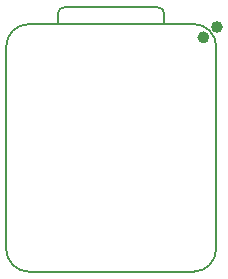
<source format=gbr>
%TF.GenerationSoftware,KiCad,Pcbnew,9.0.2*%
%TF.CreationDate,2025-06-30T20:41:05-04:00*%
%TF.ProjectId,Hackpad,4861636b-7061-4642-9e6b-696361645f70,rev?*%
%TF.SameCoordinates,Original*%
%TF.FileFunction,Legend,Bot*%
%TF.FilePolarity,Positive*%
%FSLAX46Y46*%
G04 Gerber Fmt 4.6, Leading zero omitted, Abs format (unit mm)*
G04 Created by KiCad (PCBNEW 9.0.2) date 2025-06-30 20:41:05*
%MOMM*%
%LPD*%
G01*
G04 APERTURE LIST*
%ADD10C,0.127000*%
%ADD11C,0.100000*%
%ADD12C,0.504000*%
G04 APERTURE END LIST*
D10*
%TO.C,U1*%
X177040000Y-89284000D02*
X177040000Y-72139000D01*
D11*
X178945000Y-70234000D02*
X192915000Y-70234000D01*
D10*
X178945000Y-70234000D02*
X192915000Y-70234000D01*
X181426000Y-69324000D02*
X181426000Y-70234000D01*
X189921272Y-68824000D02*
X181926000Y-68824000D01*
X190425000Y-70234000D02*
X190421272Y-69323728D01*
X192915000Y-91189000D02*
X178945000Y-91189000D01*
X194820000Y-89284000D02*
X194820000Y-72139000D01*
X177040000Y-72139000D02*
G75*
G02*
X178945000Y-70234000I1905000J0D01*
G01*
X178945000Y-91189000D02*
G75*
G02*
X177040000Y-89284000I0J1905000D01*
G01*
X181426000Y-69324000D02*
G75*
G02*
X181926000Y-68824000I500000J0D01*
G01*
X189921272Y-68824000D02*
G75*
G02*
X190421273Y-69323728I-18J-500019D01*
G01*
X192915000Y-70234000D02*
G75*
G02*
X194820000Y-72139000I-1J-1905001D01*
G01*
X194820000Y-89284000D02*
G75*
G02*
X192915000Y-91189000I-1905001J1D01*
G01*
D12*
X193989000Y-71355000D02*
G75*
G02*
X193485000Y-71355000I-252000J0D01*
G01*
X193485000Y-71355000D02*
G75*
G02*
X193989000Y-71355000I252000J0D01*
G01*
X195132000Y-70475000D02*
G75*
G02*
X194628000Y-70475000I-252000J0D01*
G01*
X194628000Y-70475000D02*
G75*
G02*
X195132000Y-70475000I252000J0D01*
G01*
%TD*%
M02*

</source>
